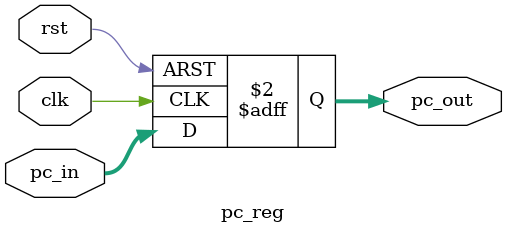
<source format=sv>
module pc_reg #(
    parameter D_WIDTH = 32
) (
    input  logic               clk,
    input  logic               rst,
    input  logic [D_WIDTH-1:0] pc_in,
    output logic [D_WIDTH-1:0] pc_out
);

always_ff @(posedge clk or posedge rst) begin
    if (rst)
        pc_out <= 'b0;
    else
        pc_out <= pc_in;
end

endmodule

</source>
